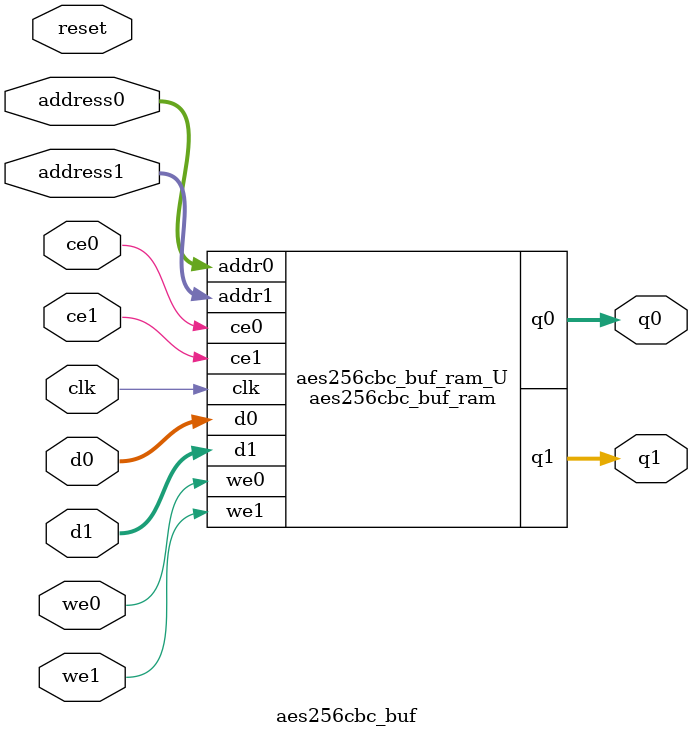
<source format=v>

`timescale 1 ns / 1 ps
module aes256cbc_buf_ram (addr0, ce0, d0, we0, q0, addr1, ce1, d1, we1, q1,  clk);

parameter DWIDTH = 8;
parameter AWIDTH = 4;
parameter MEM_SIZE = 16;

input[AWIDTH-1:0] addr0;
input ce0;
input[DWIDTH-1:0] d0;
input we0;
output reg[DWIDTH-1:0] q0;
input[AWIDTH-1:0] addr1;
input ce1;
input[DWIDTH-1:0] d1;
input we1;
output reg[DWIDTH-1:0] q1;
input clk;

(* ram_style = "block" *)reg [DWIDTH-1:0] ram[0:MEM_SIZE-1];




always @(posedge clk)  
begin 
    if (ce0) 
    begin
        if (we0) 
        begin 
            ram[addr0] <= d0; 
            q0 <= d0;
        end 
        else 
            q0 <= ram[addr0];
    end
end


always @(posedge clk)  
begin 
    if (ce1) 
    begin
        if (we1) 
        begin 
            ram[addr1] <= d1; 
            q1 <= d1;
        end 
        else 
            q1 <= ram[addr1];
    end
end


endmodule


`timescale 1 ns / 1 ps
module aes256cbc_buf(
    reset,
    clk,
    address0,
    ce0,
    we0,
    d0,
    q0,
    address1,
    ce1,
    we1,
    d1,
    q1);

parameter DataWidth = 32'd8;
parameter AddressRange = 32'd16;
parameter AddressWidth = 32'd4;
input reset;
input clk;
input[AddressWidth - 1:0] address0;
input ce0;
input we0;
input[DataWidth - 1:0] d0;
output[DataWidth - 1:0] q0;
input[AddressWidth - 1:0] address1;
input ce1;
input we1;
input[DataWidth - 1:0] d1;
output[DataWidth - 1:0] q1;



aes256cbc_buf_ram aes256cbc_buf_ram_U(
    .clk( clk ),
    .addr0( address0 ),
    .ce0( ce0 ),
    .d0( d0 ),
    .we0( we0 ),
    .q0( q0 ),
    .addr1( address1 ),
    .ce1( ce1 ),
    .d1( d1 ),
    .we1( we1 ),
    .q1( q1 ));

endmodule


</source>
